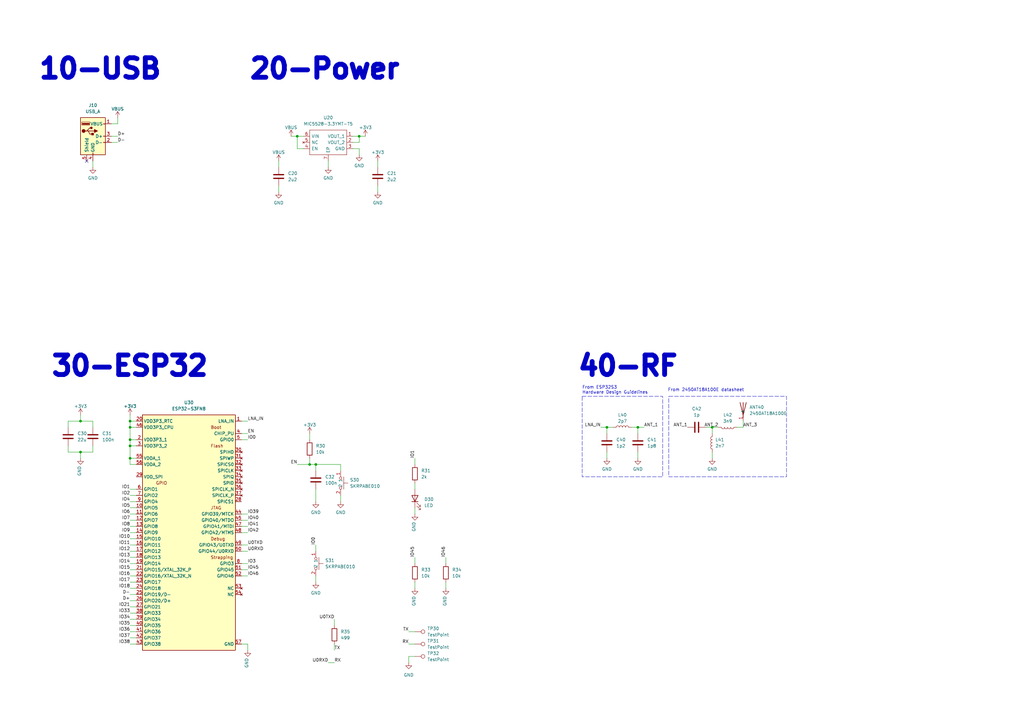
<source format=kicad_sch>
(kicad_sch (version 20231120) (generator "eeschema") (generator_version "8.0")
  (paper "A3")
  (title_block (title "PMK_Dongle") (date "2023-01-19") (rev "HW00") (company "Puma Corp"))
  (lib_symbols
    (symbol "Component lib:2450AT18A100E" (pin_names (offset 0.762))
      (property "Reference" "ANT" (at 6.35 10.16 0))
      (property "Value" "2450AT18A100E" (at 6.35 7.62 0))
      (symbol "2450AT18A100E_0_1"
        (polyline (pts (xy 0 7.62) (xy 0 1.27)) (stroke (width 0.254)))
        (polyline (pts (xy 1.27 7.62) (xy 0 2.54) (xy -1.27 7.62)) (stroke (width 0.254)))
      )
      (symbol "2450AT18A100E_1_1"
        (pin input line (at 0 0 90) (length 2.54) (name "A") (number "1"))
      )
    )
    (symbol "Component lib:C" (pin_numbers hide) (pin_names (offset 0.254))
      (property "Reference" "C" (at 0.635 -1.27 0))
      (property "Value" "C" (at 0.635 -6.35 0))
      (symbol "C_0_1"
        (polyline (pts (xy -2.032 -4.572) (xy 2.032 -4.572)) (stroke (width 0.508)))
        (polyline (pts (xy -2.032 -3.048) (xy 2.032 -3.048)) (stroke (width 0.508)))
      )
      (symbol "C_1_1"
        (pin passive line (at 0 0 270) (length 2.794) (name "~") (number "1"))
        (pin passive line (at 0 -7.62 90) (length 2.794) (name "~") (number "2"))
      )
    )
    (symbol "Component lib:L" (pin_numbers hide) (pin_names (offset 1.016) hide)
      (property "Reference" "L" (at 3.81 -1.27 0))
      (property "Value" "L" (at 3.81 1.905 0))
      (symbol "L_0_1"
        (arc (start 2.54 0) (mid 1.905 0.6323) (end 1.27 0))
        (arc (start 3.81 0) (mid 3.175 0.6323) (end 2.54 0))
        (arc (start 5.08 0) (mid 4.445 0.6323) (end 3.81 0))
        (arc (start 6.35 0) (mid 5.715 0.6323) (end 5.08 0))
      )
      (symbol "L_1_1"
        (pin passive line (at 0 0 0) (length 1.27) (name "1") (number "1"))
        (pin passive line (at 7.62 0 180) (length 1.27) (name "2") (number "2"))
      )
    )
    (symbol "Component lib:LED" (pin_numbers hide) (pin_names (offset 1.016) hide)
      (property "Reference" "D" (at 3.81 2.54 0))
      (property "Value" "LED" (at 3.81 -2.54 0))
      (symbol "LED_0_1"
        (polyline (pts (xy 2.54 -1.27) (xy 2.54 1.27)) (stroke (width 0.254)))
        (polyline (pts (xy 2.54 0) (xy 5.08 0)))
        (polyline (pts (xy 5.08 -1.27) (xy 5.08 1.27) (xy 2.54 0) (xy 5.08 -1.27)) (stroke (width 0.254)))
        (polyline (pts (xy 0.762 -0.762) (xy -0.762 -2.286) (xy 0 -2.286) (xy -0.762 -2.286) (xy -0.762 -1.524)))
        (polyline (pts (xy 2.032 -0.762) (xy 0.508 -2.286) (xy 1.27 -2.286) (xy 0.508 -2.286) (xy 0.508 -1.524)))
      )
      (symbol "LED_1_1"
        (pin passive line (at 0 0 0) (length 2.54) (name "K") (number "1"))
        (pin passive line (at 7.62 0 180) (length 2.54) (name "A") (number "2"))
      )
    )
    (symbol "Component lib:MIC5528-3.3YMT-T5" (pin_names (offset 0.762))
      (property "Reference" "U" (at 2.54 5.08 0))
      (property "Value" "MIC5528-3.3YMT-T5" (at 12.7 5.08 0))
      (symbol "MIC5528-3.3YMT-T5_0_0"
        (pin passive line (at 20.32 0 180) (length 2.54) (name "VOUT_1") (number "1"))
        (pin passive line (at 20.32 -2.54 180) (length 2.54) (name "VOUT_2") (number "2"))
        (pin passive line (at 20.32 -5.08 180) (length 2.54) (name "GND") (number "3"))
        (pin passive line (at 0 -5.08 0) (length 2.54) (name "EN") (number "4"))
        (pin no_connect line (at 0 -2.54 0) (length 2.54) (name "NC") (number "5"))
        (pin passive line (at 0 0 0) (length 2.54) (name "VIN") (number "6"))
        (pin passive line (at 10.16 -10.16 90) (length 2.54) (name "EP") (number "7"))
      )
      (symbol "MIC5528-3.3YMT-T5_0_1"
        (rectangle (start 2.54 2.54) (end 17.78 -7.62) (stroke (width 0.1524)))
      )
    )
    (symbol "Component lib:R" (pin_numbers hide) (pin_names (offset 0))
      (property "Reference" "R" (at 2.032 -3.81 90))
      (property "Value" "R" (at 0 -3.81 90))
      (symbol "R_0_1"
        (rectangle (start -1.016 -6.35) (end 1.016 -1.27) (stroke (width 0.254)))
      )
      (symbol "R_1_1"
        (pin passive line (at 0 0 270) (length 1.27) (name "~") (number "1"))
        (pin passive line (at 0 -7.62 90) (length 1.27) (name "~") (number "2"))
      )
    )
    (symbol "Component lib:SKRPABE010" (pin_names (offset 0.762))
      (property "Reference" "S" (at 5.715 3.81 0))
      (property "Value" "SKRPABE010" (at 24.13 5.08 0))
      (symbol "SKRPABE010_0_1"
        (polyline (pts (xy 5.08 1.27) (xy 5.08 3.048)))
        (polyline (pts (xy 7.62 1.27) (xy 2.54 1.27)))
        (circle (center 3.048 0) (radius 0.508))
        (circle (center 7.112 0) (radius 0.508))
        (pin passive line (at 0 0 0) (length 2.54) (name "1") (number "1"))
        (pin passive line (at 10.16 0 180) (length 2.54) (name "2") (number "2"))
      )
    )
    (symbol "Component_lib:C" (pin_numbers hide) (pin_names (offset 0.254))
      (property "Reference" "C" (at 0.635 -1.27 0))
      (property "Value" "C" (at 0.635 -6.35 0))
      (symbol "C_0_1"
        (polyline (pts (xy -2.032 -4.572) (xy 2.032 -4.572)) (stroke (width 0.508)))
        (polyline (pts (xy -2.032 -3.048) (xy 2.032 -3.048)) (stroke (width 0.508)))
      )
      (symbol "C_1_1"
        (pin passive line (at 0 0 270) (length 2.794) (name "~") (number "1"))
        (pin passive line (at 0 -7.62 90) (length 2.794) (name "~") (number "2"))
      )
    )
    (symbol "Component_lib:ESP32-S3-PICO-1-N8R2_sch"
      (property "Reference" "U" (at 2.54 7.62 0))
      (property "Value" "ESP32-S3FN8" (at 2.54 5.08 0))
      (symbol "ESP32-S3-PICO-1-N8R2_sch_1_1"
        (rectangle (start 2.54 2.54) (end 40.64 -93.98) (stroke (width 0.254)) (fill (type background)))
        (text "Boot" (at 30.48 -2.54 0) (effects (font (size 1.27 1.27)) (justify left)))
        (text "Debug" (at 30.48 -48.26 0) (effects (font (size 1.27 1.27)) (justify left)))
        (text "Flash" (at 30.48 -10.16 0) (effects (font (size 1.27 1.27)) (justify left)))
        (text "GPIO" (at 12.7 -25.4 0) (effects (font (size 1.27 1.27)) (justify right)))
        (text "JTAG" (at 30.48 -35.56 0) (effects (font (size 1.27 1.27)) (justify left)))
        (text "Strapping" (at 30.48 -55.88 0) (effects (font (size 1.27 1.27)) (justify left)))
        (pin passive line (at 43.18 0 180) (length 2.54) (name "LNA_IN") (number "1"))
        (pin passive line (at 0 -35.56 0) (length 2.54) (name "GPIO5") (number "10"))
        (pin passive line (at 0 -38.1 0) (length 2.54) (name "GPIO6") (number "11"))
        (pin passive line (at 0 -40.64 0) (length 2.54) (name "GPIO7") (number "12"))
        (pin passive line (at 0 -43.18 0) (length 2.54) (name "GPIO8") (number "13"))
        (pin passive line (at 0 -45.72 0) (length 2.54) (name "GPIO9") (number "14"))
        (pin passive line (at 0 -48.26 0) (length 2.54) (name "GPIO10") (number "15"))
        (pin passive line (at 0 -50.8 0) (length 2.54) (name "GPIO11") (number "16"))
        (pin passive line (at 0 -53.34 0) (length 2.54) (name "GPIO12") (number "17"))
        (pin passive line (at 0 -55.88 0) (length 2.54) (name "GPIO13") (number "18"))
        (pin passive line (at 0 -58.42 0) (length 2.54) (name "GPIO14") (number "19"))
        (pin passive line (at 0 -7.62 0) (length 2.54) (name "VDD3P3_1") (number "2"))
        (pin passive line (at 0 0 0) (length 2.54) (name "VDD3P3_RTC") (number "20"))
        (pin passive line (at 0 -60.96 0) (length 2.54) (name "GPIO15/XTAL_32K_P") (number "21"))
        (pin passive line (at 0 -63.5 0) (length 2.54) (name "GPIO16/XTAL_32K_N") (number "22"))
        (pin passive line (at 0 -66.04 0) (length 2.54) (name "GPIO17") (number "23"))
        (pin passive line (at 0 -68.58 0) (length 2.54) (name "GPIO18") (number "24"))
        (pin passive line (at 0 -71.12 0) (length 2.54) (name "GPIO19/D-") (number "25"))
        (pin passive line (at 0 -73.66 0) (length 2.54) (name "GPIO20/D+") (number "26"))
        (pin passive line (at 0 -76.2 0) (length 2.54) (name "GPIO21") (number "27"))
        (pin passive line (at 43.18 -33.02 180) (length 2.54) (name "SPICS1") (number "28"))
        (pin passive line (at 0 -22.86 0) (length 2.54) (name "VDD_SPI") (number "29"))
        (pin passive line (at 0 -10.16 0) (length 2.54) (name "VDD3P3_2") (number "3"))
        (pin no_connect line (at 43.18 -12.7 180) (length 2.54) (name "SPIHD") (number "30"))
        (pin no_connect line (at 43.18 -15.24 180) (length 2.54) (name "SPIWP") (number "31"))
        (pin no_connect line (at 43.18 -17.78 180) (length 2.54) (name "SPICS0") (number "32"))
        (pin no_connect line (at 43.18 -20.32 180) (length 2.54) (name "SPICLK") (number "33"))
        (pin no_connect line (at 43.18 -22.86 180) (length 2.54) (name "SPIQ") (number "34"))
        (pin no_connect line (at 43.18 -25.4 180) (length 2.54) (name "SPID") (number "35"))
        (pin no_connect line (at 43.18 -27.94 180) (length 2.54) (name "SPICLK_N") (number "36"))
        (pin no_connect line (at 43.18 -30.48 180) (length 2.54) (name "SPICLK_P") (number "37"))
        (pin passive line (at 0 -78.74 0) (length 2.54) (name "GPIO33") (number "38"))
        (pin passive line (at 0 -81.28 0) (length 2.54) (name "GPIO34") (number "39"))
        (pin passive line (at 43.18 -5.08 180) (length 2.54) (name "CHIP_PU") (number "4"))
        (pin passive line (at 0 -83.82 0) (length 2.54) (name "GPIO35") (number "40"))
        (pin passive line (at 0 -86.36 0) (length 2.54) (name "GPIO36") (number "41"))
        (pin passive line (at 0 -88.9 0) (length 2.54) (name "GPIO37") (number "42"))
        (pin passive line (at 0 -91.44 0) (length 2.54) (name "GPIO38") (number "43"))
        (pin passive line (at 43.18 -38.1 180) (length 2.54) (name "GPIO39/MTCK") (number "44"))
        (pin passive line (at 43.18 -40.64 180) (length 2.54) (name "GPIO40/MTDO") (number "45"))
        (pin passive line (at 0 -2.54 0) (length 2.54) (name "VDD3P3_CPU") (number "46"))
        (pin passive line (at 43.18 -43.18 180) (length 2.54) (name "GPIO41/MTDI") (number "47"))
        (pin passive line (at 43.18 -45.72 180) (length 2.54) (name "GPIO42/MTMS") (number "48"))
        (pin passive line (at 43.18 -50.8 180) (length 2.54) (name "GPIO43/U0TXD") (number "49"))
        (pin passive line (at 43.18 -7.62 180) (length 2.54) (name "GPIO0") (number "5"))
        (pin passive line (at 43.18 -53.34 180) (length 2.54) (name "GPIO44/U0RXD") (number "50"))
        (pin passive line (at 43.18 -60.96 180) (length 2.54) (name "GPIO45") (number "51"))
        (pin passive line (at 43.18 -63.5 180) (length 2.54) (name "GPIO46") (number "52"))
        (pin no_connect line (at 43.18 -68.58 180) (length 2.54) (name "NC") (number "53"))
        (pin no_connect line (at 43.18 -71.12 180) (length 2.54) (name "NC") (number "54"))
        (pin passive line (at 0 -15.24 0) (length 2.54) (name "VDDA_1") (number "55"))
        (pin passive line (at 0 -17.78 0) (length 2.54) (name "VDDA_2") (number "56"))
        (pin passive line (at 43.18 -91.44 180) (length 2.54) (name "GND") (number "57"))
        (pin passive line (at 0 -27.94 0) (length 2.54) (name "GPIO1") (number "6"))
        (pin passive line (at 0 -30.48 0) (length 2.54) (name "GPIO2") (number "7"))
        (pin passive line (at 43.18 -58.42 180) (length 2.54) (name "GPIO3") (number "8"))
        (pin passive line (at 0 -33.02 0) (length 2.54) (name "GPIO4") (number "9"))
      )
    )
    (symbol "Component_lib:R" (pin_numbers hide) (pin_names (offset 0))
      (property "Reference" "R" (at 2.032 -3.81 90))
      (property "Value" "R" (at 0 -3.81 90))
      (symbol "R_0_1"
        (rectangle (start -1.016 -6.35) (end 1.016 -1.27) (stroke (width 0.254)))
      )
      (symbol "R_1_1"
        (pin passive line (at 0 0 270) (length 1.27) (name "~") (number "1"))
        (pin passive line (at 0 -7.62 90) (length 1.27) (name "~") (number "2"))
      )
    )
    (symbol "Connector:TestPoint" (pin_numbers hide) (pin_names (offset 0.762) hide)
      (property "Reference" "TP" (at 0 6.858 0))
      (property "Value" "TestPoint" (at 0 5.08 0))
      (symbol "TestPoint_0_1"
        (circle (center 0 3.302) (radius 0.762))
      )
      (symbol "TestPoint_1_1"
        (pin passive line (at 0 0 90) (length 2.54) (name "1") (number "1"))
      )
    )
    (symbol "Connector:USB_A" (pin_names (offset 1.016))
      (property "Reference" "J" (at -5.08 11.43 0))
      (property "Value" "USB_A" (at -5.08 8.89 0))
      (symbol "USB_A_0_1"
        (rectangle (start -5.08 -7.62) (end 5.08 7.62) (stroke (width 0.254)) (fill (type background)))
        (circle (center -3.81 2.159) (radius 0.635) (stroke (width 0.254)) (fill (type outline)))
        (rectangle (start -1.524 4.826) (end -4.318 5.334) (fill (type outline)))
        (rectangle (start -1.27 4.572) (end -4.572 5.842))
        (circle (center -0.635 3.429) (radius 0.381) (stroke (width 0.254)) (fill (type outline)))
        (rectangle (start -0.127 -7.62) (end 0.127 -6.858))
        (polyline (pts (xy -3.175 2.159) (xy -2.54 2.159) (xy -1.27 3.429) (xy -0.635 3.429)) (stroke (width 0.254)))
        (polyline (pts (xy -2.54 2.159) (xy -1.905 2.159) (xy -1.27 0.889) (xy 0 0.889)) (stroke (width 0.254)))
        (polyline (pts (xy 0.635 2.794) (xy 0.635 1.524) (xy 1.905 2.159) (xy 0.635 2.794)) (stroke (width 0.254)) (fill (type outline)))
        (rectangle (start 0.254 1.27) (end -0.508 0.508) (stroke (width 0.254)) (fill (type outline)))
        (rectangle (start 5.08 -2.667) (end 4.318 -2.413))
        (rectangle (start 5.08 -0.127) (end 4.318 0.127))
        (rectangle (start 5.08 4.953) (end 4.318 5.207))
      )
      (symbol "USB_A_1_1"
        (polyline (pts (xy -1.905 2.159) (xy 0.635 2.159)) (stroke (width 0.254)))
        (pin power_in line (at 7.62 5.08 180) (length 2.54) (name "VBUS") (number "1"))
        (pin bidirectional line (at 7.62 -2.54 180) (length 2.54) (name "D-") (number "2"))
        (pin bidirectional line (at 7.62 0 180) (length 2.54) (name "D+") (number "3"))
        (pin power_in line (at 0 -10.16 90) (length 2.54) (name "GND") (number "4"))
        (pin passive line (at -2.54 -10.16 90) (length 2.54) (name "Shield") (number "5"))
      )
    )
    (symbol "power:+3V3" (power) (pin_names (offset 0))
      (property "Value" "+3V3" (at 0 3.556 0))
      (symbol "+3V3_0_1"
        (polyline (pts (xy -0.762 1.27) (xy 0 2.54)))
        (polyline (pts (xy 0 0) (xy 0 2.54)))
        (polyline (pts (xy 0 2.54) (xy 0.762 1.27)))
      )
      (symbol "+3V3_1_1"
        (pin power_in line (at 0 0 90) (length 0) hide (name "+3V3") (number "1"))
      )
    )
    (symbol "power:GND" (power) (pin_names (offset 0))
      (property "Value" "GND" (at 0 -3.81 0))
      (symbol "GND_0_1"
        (polyline (pts (xy 0 0) (xy 0 -1.27) (xy 1.27 -1.27) (xy 0 -2.54) (xy -1.27 -1.27) (xy 0 -1.27)))
      )
      (symbol "GND_1_1"
        (pin power_in line (at 0 0 270) (length 0) hide (name "GND") (number "1"))
      )
    )
    (symbol "power:VBUS" (power) (pin_names (offset 0))
      (property "Value" "VBUS" (at 0 3.81 0))
      (symbol "VBUS_0_1"
        (polyline (pts (xy -0.762 1.27) (xy 0 2.54)))
        (polyline (pts (xy 0 0) (xy 0 2.54)))
        (polyline (pts (xy 0 2.54) (xy 0.762 1.27)))
      )
      (symbol "VBUS_1_1"
        (pin power_in line (at 0 0 90) (length 0) hide (name "VBUS") (number "1"))
      )
    )
  )
  (junction (at 53.34 172.72))
  (junction (at 127 190.5))
  (junction (at 248.92 175.26))
  (junction (at 121.92 55.88))
  (junction (at 53.34 182.88))
  (junction (at 53.34 175.26))
  (junction (at 33.02 185.42))
  (junction (at 53.34 187.96))
  (junction (at 53.34 180.34))
  (junction (at 147.32 55.88))
  (junction (at 129.54 190.5))
  (junction (at 33.02 172.72))
  (junction (at 261.62 175.26))
  (junction (at 292.1 175.26))
  (no_connect (at 35.56 66.04))
  (wire (pts (xy 55.88 175.26) (xy 53.34 175.26)))
  (wire (pts (xy 147.32 55.88) (xy 147.32 58.42)))
  (wire (pts (xy 53.34 210.82) (xy 55.88 210.82)))
  (wire (pts (xy 27.94 185.42) (xy 33.02 185.42)))
  (wire (pts (xy 248.92 175.26) (xy 246.38 175.26)))
  (wire (pts (xy 139.7 190.5) (xy 139.7 193.04)))
  (wire (pts (xy 55.88 190.5) (xy 53.34 190.5)))
  (wire (pts (xy 261.62 185.42) (xy 261.62 187.96)))
  (wire (pts (xy 53.34 236.22) (xy 55.88 236.22)))
  (wire (pts (xy 129.54 190.5) (xy 129.54 193.04)))
  (wire (pts (xy 38.1 185.42) (xy 38.1 182.88)))
  (wire (pts (xy 154.94 66.04) (xy 154.94 68.58)))
  (wire (pts (xy 53.34 248.92) (xy 55.88 248.92)))
  (wire (pts (xy 170.18 198.12) (xy 170.18 200.66)))
  (wire (pts (xy 121.92 190.5) (xy 127 190.5)))
  (wire (pts (xy 114.3 66.04) (xy 114.3 68.58)))
  (wire (pts (xy 170.18 228.6) (xy 170.18 231.14)))
  (wire (pts (xy 33.02 172.72) (xy 38.1 172.72)))
  (wire (pts (xy 27.94 175.26) (xy 27.94 172.72)))
  (wire (pts (xy 53.34 243.84) (xy 55.88 243.84)))
  (wire (pts (xy 53.34 261.62) (xy 55.88 261.62)))
  (wire (pts (xy 27.94 172.72) (xy 33.02 172.72)))
  (wire (pts (xy 53.34 175.26) (xy 53.34 172.72)))
  (wire (pts (xy 264.16 175.26) (xy 261.62 175.26)))
  (wire (pts (xy 119.38 55.88) (xy 121.92 55.88)))
  (wire (pts (xy 167.64 264.16) (xy 170.18 264.16)))
  (wire (pts (xy 55.88 180.34) (xy 53.34 180.34)))
  (wire (pts (xy 48.26 48.26) (xy 48.26 50.8)))
  (wire (pts (xy 55.88 172.72) (xy 53.34 172.72)))
  (wire (pts (xy 99.06 180.34) (xy 101.6 180.34)))
  (wire (pts (xy 53.34 213.36) (xy 55.88 213.36)))
  (wire (pts (xy 261.62 177.8) (xy 261.62 175.26)))
  (wire (pts (xy 53.34 190.5) (xy 53.34 187.96)))
  (wire (pts (xy 53.34 254) (xy 55.88 254)))
  (wire (pts (xy 134.62 66.04) (xy 134.62 68.58)))
  (wire (pts (xy 53.34 218.44) (xy 55.88 218.44)))
  (wire (pts (xy 137.16 264.16) (xy 137.16 266.7)))
  (wire (pts (xy 129.54 223.52) (xy 129.54 226.06)))
  (wire (pts (xy 53.34 203.2) (xy 55.88 203.2)))
  (wire (pts (xy 134.62 271.78) (xy 137.16 271.78)))
  (wire (pts (xy 53.34 208.28) (xy 55.88 208.28)))
  (wire (pts (xy 53.34 223.52) (xy 55.88 223.52)))
  (wire (pts (xy 99.06 264.16) (xy 101.6 264.16)))
  (wire (pts (xy 248.92 185.42) (xy 248.92 187.96)))
  (wire (pts (xy 167.64 269.24) (xy 170.18 269.24)))
  (wire (pts (xy 99.06 215.9) (xy 101.6 215.9)))
  (wire (pts (xy 292.1 175.26) (xy 294.64 175.26)))
  (wire (pts (xy 99.06 231.14) (xy 101.6 231.14)))
  (wire (pts (xy 53.34 215.9) (xy 55.88 215.9)))
  (wire (pts (xy 53.34 246.38) (xy 55.88 246.38)))
  (wire (pts (xy 304.8 172.72) (xy 304.8 175.26)))
  (wire (pts (xy 53.34 231.14) (xy 55.88 231.14)))
  (wire (pts (xy 99.06 213.36) (xy 101.6 213.36)))
  (wire (pts (xy 53.34 180.34) (xy 53.34 175.26)))
  (wire (pts (xy 127 177.8) (xy 127 180.34)))
  (wire (pts (xy 55.88 187.96) (xy 53.34 187.96)))
  (wire (pts (xy 53.34 226.06) (xy 55.88 226.06)))
  (wire (pts (xy 170.18 187.96) (xy 170.18 190.5)))
  (wire (pts (xy 292.1 175.26) (xy 292.1 177.8)))
  (wire (pts (xy 99.06 236.22) (xy 101.6 236.22)))
  (wire (pts (xy 33.02 185.42) (xy 38.1 185.42)))
  (wire (pts (xy 121.92 55.88) (xy 124.46 55.88)))
  (wire (pts (xy 261.62 175.26) (xy 259.08 175.26)))
  (wire (pts (xy 48.26 50.8) (xy 45.72 50.8)))
  (wire (pts (xy 99.06 223.52) (xy 101.6 223.52)))
  (wire (pts (xy 144.78 55.88) (xy 147.32 55.88)))
  (wire (pts (xy 129.54 190.5) (xy 139.7 190.5)))
  (wire (pts (xy 53.34 172.72) (xy 53.34 170.18)))
  (wire (pts (xy 53.34 238.76) (xy 55.88 238.76)))
  (wire (pts (xy 304.8 175.26) (xy 302.26 175.26)))
  (wire (pts (xy 99.06 226.06) (xy 101.6 226.06)))
  (wire (pts (xy 53.34 251.46) (xy 55.88 251.46)))
  (wire (pts (xy 33.02 185.42) (xy 33.02 187.96)))
  (wire (pts (xy 127 187.96) (xy 127 190.5)))
  (wire (pts (xy 154.94 76.2) (xy 154.94 78.74)))
  (wire (pts (xy 129.54 236.22) (xy 129.54 238.76)))
  (wire (pts (xy 129.54 190.5) (xy 127 190.5)))
  (wire (pts (xy 38.1 172.72) (xy 38.1 175.26)))
  (wire (pts (xy 170.18 238.76) (xy 170.18 241.3)))
  (wire (pts (xy 167.64 259.08) (xy 170.18 259.08)))
  (wire (pts (xy 170.18 208.28) (xy 170.18 210.82)))
  (wire (pts (xy 137.16 254) (xy 137.16 256.54)))
  (wire (pts (xy 121.92 60.96) (xy 121.92 55.88)))
  (wire (pts (xy 53.34 241.3) (xy 55.88 241.3)))
  (wire (pts (xy 124.46 60.96) (xy 121.92 60.96)))
  (wire (pts (xy 45.72 58.42) (xy 48.26 58.42)))
  (wire (pts (xy 251.46 175.26) (xy 248.92 175.26)))
  (wire (pts (xy 144.78 60.96) (xy 147.32 60.96)))
  (wire (pts (xy 53.34 259.08) (xy 55.88 259.08)))
  (wire (pts (xy 289.56 175.26) (xy 292.1 175.26)))
  (wire (pts (xy 99.06 210.82) (xy 101.6 210.82)))
  (wire (pts (xy 53.34 200.66) (xy 55.88 200.66)))
  (wire (pts (xy 53.34 233.68) (xy 55.88 233.68)))
  (wire (pts (xy 53.34 220.98) (xy 55.88 220.98)))
  (wire (pts (xy 53.34 264.16) (xy 55.88 264.16)))
  (wire (pts (xy 38.1 66.04) (xy 38.1 68.58)))
  (wire (pts (xy 99.06 218.44) (xy 101.6 218.44)))
  (wire (pts (xy 53.34 256.54) (xy 55.88 256.54)))
  (wire (pts (xy 99.06 177.8) (xy 101.6 177.8)))
  (wire (pts (xy 147.32 58.42) (xy 144.78 58.42)))
  (wire (pts (xy 55.88 182.88) (xy 53.34 182.88)))
  (wire (pts (xy 45.72 55.88) (xy 48.26 55.88)))
  (wire (pts (xy 27.94 182.88) (xy 27.94 185.42)))
  (wire (pts (xy 167.64 271.78) (xy 167.64 269.24)))
  (wire (pts (xy 182.88 228.6) (xy 182.88 231.14)))
  (wire (pts (xy 53.34 205.74) (xy 55.88 205.74)))
  (wire (pts (xy 248.92 175.26) (xy 248.92 177.8)))
  (wire (pts (xy 53.34 182.88) (xy 53.34 180.34)))
  (wire (pts (xy 114.3 76.2) (xy 114.3 78.74)))
  (wire (pts (xy 129.54 200.66) (xy 129.54 205.74)))
  (wire (pts (xy 53.34 187.96) (xy 53.34 182.88)))
  (wire (pts (xy 99.06 233.68) (xy 101.6 233.68)))
  (wire (pts (xy 292.1 185.42) (xy 292.1 187.96)))
  (wire (pts (xy 99.06 172.72) (xy 101.6 172.72)))
  (wire (pts (xy 33.02 170.18) (xy 33.02 172.72)))
  (wire (pts (xy 147.32 60.96) (xy 147.32 63.5)))
  (wire (pts (xy 147.32 55.88) (xy 149.86 55.88)))
  (wire (pts (xy 139.7 203.2) (xy 139.7 205.74)))
  (wire (pts (xy 101.6 264.16) (xy 101.6 266.7)))
  (wire (pts (xy 182.88 238.76) (xy 182.88 241.3)))
  (wire (pts (xy 53.34 228.6) (xy 55.88 228.6)))
  (rectangle (start 238.76 162.56) (end 271.78 195.58) (stroke (width 0) (type dash)))
  (rectangle (start 274.32 162.56) (end 322.58 195.58) (stroke (width 0) (type dash)))
  (text "From 2450AT18A100E datasheet\n" (at 289.56 160.02 0) (effects (font (size 1.27 1.27))))
  (text "40-RF" (at 236.22 154.94 0) (effects (font (size 8 8) (thickness 3) (bold yes)) (justify left bottom)))
  (text "10-USB" (at 15.24 33.02 0) (effects (font (size 8 8) (thickness 3) (bold yes)) (justify left bottom)))
  (text "30-ESP32" (at 20.32 154.94 0) (effects (font (size 8 8) (thickness 3) (bold yes)) (justify left bottom)))
  (text "From ESP32S3 \nHardware Design Guidelines" (at 238.76 160.02 0) (effects (font (size 1.27 1.27)) (justify left)))
  (text "20-Power\n" (at 101.6 33.02 0) (effects (font (size 8 8) (thickness 3) (bold yes)) (justify left bottom)))
  (label "U0TXD" (at 101.6 223.52 0))
  (label "LNA_IN" (at 101.6 172.72 0))
  (label "IO14" (at 53.34 231.14 180))
  (label "IO39" (at 101.6 210.82 0))
  (label "IO45" (at 101.6 233.68 0))
  (label "D+" (at 48.26 55.88 0))
  (label "IO9" (at 53.34 218.44 180))
  (label "IO34" (at 53.34 254 180))
  (label "IO35" (at 53.34 256.54 180))
  (label "IO42" (at 101.6 218.44 0))
  (label "IO16" (at 53.34 236.22 180))
  (label "IO36" (at 53.34 259.08 180))
  (label "D-" (at 48.26 58.42 0))
  (label "IO45" (at 170.18 228.6 90))
  (label "RX" (at 137.16 271.78 0))
  (label "IO46" (at 182.88 228.6 90))
  (label "ANT_2" (at 294.64 175.26 180))
  (label "IO33" (at 53.34 251.46 180))
  (label "IO0" (at 129.54 223.52 90))
  (label "IO41" (at 101.6 215.9 0))
  (label "IO5" (at 53.34 208.28 180))
  (label "IO8" (at 53.34 215.9 180))
  (label "IO4" (at 53.34 205.74 180))
  (label "U0RXD" (at 134.62 271.78 180))
  (label "IO37" (at 53.34 261.62 180))
  (label "IO0" (at 101.6 180.34 0))
  (label "IO12" (at 53.34 226.06 180))
  (label "D+" (at 53.34 246.38 180))
  (label "IO40" (at 101.6 213.36 0))
  (label "U0TXD" (at 137.16 254 180))
  (label "IO6" (at 53.34 210.82 180))
  (label "IO3" (at 101.6 231.14 0))
  (label "IO46" (at 101.6 236.22 0))
  (label "IO10" (at 53.34 220.98 180))
  (label "IO2" (at 53.34 203.2 180))
  (label "TX" (at 167.64 259.08 180))
  (label "IO17" (at 53.34 238.76 180))
  (label "IO11" (at 53.34 223.52 180))
  (label "ANT_3" (at 304.8 175.26 0))
  (label "D-" (at 53.34 243.84 180))
  (label "TX" (at 137.16 266.7 0))
  (label "U0RXD" (at 101.6 226.06 0))
  (label "LNA_IN" (at 246.38 175.26 180))
  (label "IO38" (at 53.34 264.16 180))
  (label "EN" (at 121.92 190.5 180))
  (label "IO1" (at 53.34 200.66 180))
  (label "IO13" (at 53.34 228.6 180))
  (label "IO7" (at 53.34 213.36 180))
  (label "EN" (at 101.6 177.8 0))
  (label "IO1" (at 170.18 187.96 90))
  (label "ANT_1" (at 264.16 175.26 0))
  (label "IO21" (at 53.34 248.92 180))
  (label "IO18" (at 53.34 241.3 180))
  (label "RX" (at 167.64 264.16 180))
  (label "IO15" (at 53.34 233.68 180))
  (label "ANT_1" (at 281.94 175.26 180))
  (symbol (lib_id "power:GND") (at 139.7 205.74 0) (unit 1)
    (property "Reference" "#PWR017" (effects (hide yes)))
    (property "Value" "GND" (at 139.7 210.1834 0))
  )
  (symbol (lib_id "power:VBUS") (at 48.26 48.26 0) (unit 1)
    (property "Reference" "#PWR02" (effects (hide yes)))
    (property "Value" "VBUS" (at 48.26 44.6842 0))
  )
  (symbol (lib_id "power:+3V3") (at 149.86 55.88 0) (unit 1)
    (property "Reference" "#PWR010" (effects (hide yes)))
    (property "Value" "+3V3" (at 149.86 52.3042 0))
  )
  (symbol (lib_id "Connector:TestPoint") (at 170.18 259.08 270) (unit 1)
    (property "Reference" "TP30" (at 175.26 257.8099 90) (effects (justify left)))
    (property "Value" "TestPoint" (at 175.26 260.3499 90) (effects (justify left)))
    (property "Footprint" "Component_lib:TestPoint_0.8mm" (effects (hide yes)))
    (property "Description" "test point" (effects (hide yes)))
  )
  (symbol (lib_id "Component lib:SKRPABE010") (at 129.54 226.06 270) (unit 1)
    (property "Reference" "S31" (at 133.35 229.8699 90) (effects (justify left)))
    (property "Value" "SKRPABE010" (at 133.35 232.4099 90) (effects (justify left)))
    (property "Footprint" "Component_lib:B3U-1000P" (effects (hide yes)))
    (property "Datasheet" "https://datasheet.lcsc.com/szlcsc/ALPS-Electric-SKRPABE010_C115360.pdf" (effects (hide yes)))
    (property "Description" "Switch Tactile N.O. SPST Button J-Bend 0.05A 16VDC 1.57N SMD Automotive T/R" (effects (hide yes)))
    (property "Height" "2.5" (effects (hide yes)))
    (property "Mouser Part Number" "688-SKRPAB" (effects (hide yes)))
    (property "Mouser Price/Stock" "https://www.mouser.co.uk/ProductDetail/Alps-Alpine/SKRPABE010?qs=m0BA540hBPe1GpcSf%2FZ5Yw%3D%3D" (effects (hide yes)))
    (property "Manufacturer_Name" "ALPS Electric" (effects (hide yes)))
    (property "Manufacturer_Part_Number" "SKRPABE010" (effects (hide yes)))
  )
  (symbol (lib_id "power:VBUS") (at 119.38 55.88 0) (unit 1)
    (property "Reference" "#PWR07" (effects (hide yes)))
    (property "Value" "VBUS" (at 119.38 52.3042 0))
  )
  (symbol (lib_id "Component_lib:ESP32-S3-PICO-1-N8R2_sch") (at 55.88 172.72 0) (unit 1)
    (property "Reference" "U30" (at 77.47 165.1 0))
    (property "Value" "ESP32-S3FN8" (at 77.47 167.64 0))
    (property "Footprint" "Component_lib:ESP32-S3-PICO-1-N8R2" (effects (hide yes)))
    (property "Datasheet" "https://www.espressif.com/sites/default/files/documentation/esp32-s3_datasheet_en.pdf" (effects (hide yes)))
    (property "Description" "Espressif Systems [ENGINEERING SAMPLES]SMD IC , Dual-Core MCU, Wi-Fi 2.4G & BLE 5.0 combo, 8 MB Octal SPI PSRAM" (effects (hide yes)))
    (property "Height" "0.9" (effects (hide yes)))
    (property "Mouser Part Number" "356-ESP32-S3FN8" (effects (hide yes)))
    (property "Mouser Price/Stock" "https://www.mouser.co.uk/ProductDetail/Espressif-Systems/ESP32-S3FN8?qs=Rp5uXu7WBW%2F4Oihh5tkiVQ%3D%3D" (effects (hide yes)))
    (property "Manufacturer_Name" "Espressif Systems" (effects (hide yes)))
    (property "Manufacturer_Part_Number" "ESP32-S3FN8" (effects (hide yes)))
  )
  (symbol (lib_id "Component_lib:C") (at 38.1 175.26 0) (unit 1)
    (property "Reference" "C31" (at 41.91 177.7999 0) (effects (justify left)))
    (property "Value" "100n" (at 41.91 180.3399 0) (effects (justify left)))
    (property "Footprint" "Capacitor_SMD:C_0201_0603Metric" (effects (hide yes)))
    (property "Description" "Unpolarized capacitor" (effects (hide yes)))
  )
  (symbol (lib_id "Component lib:C") (at 248.92 177.8 0) (mirror y) (unit 1)
    (property "Reference" "C40" (at 252.73 180.3399 0) (effects (justify right)))
    (property "Value" "1p2" (at 252.73 182.8799 0) (effects (justify right)))
    (property "Footprint" "Capacitor_SMD:C_0201_0603Metric" (effects (hide yes)))
  )
  (symbol (lib_id "Component lib:C") (at 261.62 177.8 0) (mirror y) (unit 1)
    (property "Reference" "C41" (at 265.43 180.3399 0) (effects (justify right)))
    (property "Value" "1p8" (at 265.43 182.8799 0) (effects (justify right)))
    (property "Footprint" "Capacitor_SMD:C_0201_0603Metric" (effects (hide yes)))
  )
  (symbol (lib_id "Component lib:L") (at 259.08 175.26 0) (mirror y) (unit 1)
    (property "Reference" "L40" (at 255.27 170.18 0))
    (property "Value" "2p7" (at 255.27 172.72 0))
    (property "Footprint" "Inductor_SMD:L_0201_0603Metric" (effects (hide yes)))
  )
  (symbol (lib_id "Component lib:R") (at 127 180.34 0) (unit 1)
    (property "Reference" "R30" (at 129.54 182.8799 0) (effects (justify left)))
    (property "Value" "10k" (at 129.54 185.4199 0) (effects (justify left)))
    (property "Footprint" "Resistor_SMD:R_0201_0603Metric" (effects (hide yes)))
  )
  (symbol (lib_id "power:GND") (at 248.92 187.96 0) (mirror y) (unit 1)
    (property "Reference" "#PWR013" (effects (hide yes)))
    (property "Value" "GND" (at 248.92 192.4034 0))
  )
  (symbol (lib_id "Component lib:SKRPABE010") (at 139.7 193.04 270) (unit 1)
    (property "Reference" "S30" (at 143.51 196.8499 90) (effects (justify left)))
    (property "Value" "SKRPABE010" (at 143.51 199.3899 90) (effects (justify left)))
    (property "Footprint" "Component_lib:B3U-1000P" (effects (hide yes)))
    (property "Datasheet" "https://datasheet.lcsc.com/szlcsc/ALPS-Electric-SKRPABE010_C115360.pdf" (effects (hide yes)))
    (property "Description" "Switch Tactile N.O. SPST Button J-Bend 0.05A 16VDC 1.57N SMD Automotive T/R" (effects (hide yes)))
    (property "Height" "2.5" (effects (hide yes)))
    (property "Mouser Part Number" "688-SKRPAB" (effects (hide yes)))
    (property "Mouser Price/Stock" "https://www.mouser.co.uk/ProductDetail/Alps-Alpine/SKRPABE010?qs=m0BA540hBPe1GpcSf%2FZ5Yw%3D%3D" (effects (hide yes)))
    (property "Manufacturer_Name" "ALPS Electric" (effects (hide yes)))
    (property "Manufacturer_Part_Number" "SKRPABE010" (effects (hide yes)))
  )
  (symbol (lib_id "Component_lib:R") (at 137.16 256.54 0) (unit 1)
    (property "Reference" "R35" (at 139.7 259.0799 0) (effects (justify left)))
    (property "Value" "499" (at 139.7 261.6199 0) (effects (justify left)))
    (property "Footprint" "Resistor_SMD:R_0402_1005Metric" (effects (hide yes)))
    (property "Description" "Resistor" (effects (hide yes)))
  )
  (symbol (lib_id "power:GND") (at 147.32 63.5 0) (unit 1)
    (property "Reference" "#PWR09" (effects (hide yes)))
    (property "Value" "GND" (at 147.32 67.9434 0))
  )
  (symbol (lib_id "power:GND") (at 292.1 187.96 0) (mirror y) (unit 1)
    (property "Reference" "#PWR018" (effects (hide yes)))
    (property "Value" "GND" (at 292.1 192.4034 0))
  )
  (symbol (lib_id "Connector:TestPoint") (at 170.18 264.16 270) (unit 1)
    (property "Reference" "TP31" (at 175.26 262.8899 90) (effects (justify left)))
    (property "Value" "TestPoint" (at 175.26 265.4299 90) (effects (justify left)))
    (property "Footprint" "Component_lib:TestPoint_0.8mm" (effects (hide yes)))
    (property "Description" "test point" (effects (hide yes)))
  )
  (symbol (lib_id "power:GND") (at 129.54 205.74 0) (unit 1)
    (property "Reference" "#PWR015" (effects (hide yes)))
    (property "Value" "GND" (at 129.54 210.1834 0))
  )
  (symbol (lib_id "Component_lib:C") (at 27.94 175.26 0) (unit 1)
    (property "Reference" "C30" (at 31.75 177.7999 0) (effects (justify left)))
    (property "Value" "22u" (at 31.75 180.3399 0) (effects (justify left)))
    (property "Footprint" "Capacitor_SMD:C_0603_1608Metric" (effects (hide yes)))
    (property "Description" "Unpolarized capacitor" (effects (hide yes)))
  )
  (symbol (lib_id "power:+3V3") (at 127 177.8 0) (unit 1)
    (property "Reference" "#PWR014" (effects (hide yes)))
    (property "Value" "+3V3" (at 127 174.2242 0))
  )
  (symbol (lib_id "Component lib:R") (at 182.88 231.14 0) (unit 1)
    (property "Reference" "R34" (at 185.42 233.6799 0) (effects (justify left)))
    (property "Value" "10k" (at 185.42 236.2199 0) (effects (justify left)))
    (property "Footprint" "Resistor_SMD:R_0201_0603Metric" (effects (hide yes)))
  )
  (symbol (lib_id "Component lib:MIC5528-3.3YMT-T5") (at 124.46 55.88 0) (unit 1)
    (property "Reference" "U20" (at 134.62 48.26 0))
    (property "Value" "MIC5528-3.3YMT-T5" (at 134.62 50.8 0))
    (property "Footprint" "Component_lib:SON40P120X120X60-7N-D" (effects (hide yes)))
    (property "Datasheet" "https://www.mouser.ch/datasheet/2/268/MIC5528_High_Performance_500mA_LDO_in_Thin_and_Ext-1891284.pdf" (effects (hide yes)))
    (property "Description" "LDO Voltage Regulators Single, 500mA LDO w/ Auto Discharge & Internal Enable Pulldown" (effects (hide yes)))
    (property "Height" "0.6" (effects (hide yes)))
    (property "Mouser Part Number" "998-MIC5528-3.3YMTT5" (effects (hide yes)))
    (property "Mouser Price/Stock" "https://www.mouser.co.uk/ProductDetail/Microchip-Technology/MIC5528-33YMT-T5?qs=U6T8BxXiZAUrsVLummtswg%3D%3D" (effects (hide yes)))
    (property "Manufacturer_Name" "Microchip" (effects (hide yes)))
    (property "Manufacturer_Part_Number" "MIC5528-3.3YMT-T5" (effects (hide yes)))
  )
  (symbol (lib_id "power:GND") (at 182.88 241.3 0) (unit 1)
    (property "Reference" "#PWR023" (effects (hide yes)))
    (property "Value" "GND" (at 182.4462 244.475 90) (effects (justify right)))
  )
  (symbol (lib_id "Component lib:LED") (at 170.18 208.28 90) (unit 1)
    (property "Reference" "D30" (at 173.99 204.7874 90) (effects (justify right)))
    (property "Value" "LED" (at 173.99 207.3274 90) (effects (justify right)))
    (property "Footprint" "LED_SMD:LED_0402_1005Metric" (effects (hide yes)))
  )
  (symbol (lib_id "power:GND") (at 134.62 68.58 0) (unit 1)
    (property "Reference" "#PWR08" (effects (hide yes)))
    (property "Value" "GND" (at 134.62 73.0234 0))
  )
  (symbol (lib_id "power:VBUS") (at 114.3 66.04 0) (unit 1)
    (property "Reference" "#PWR05" (effects (hide yes)))
    (property "Value" "VBUS" (at 114.3 62.4642 0))
  )
  (symbol (lib_id "power:GND") (at 38.1 68.58 0) (unit 1)
    (property "Reference" "#PWR01" (effects (hide yes)))
    (property "Value" "GND" (at 38.1 73.0234 0))
  )
  (symbol (lib_id "Component lib:2450AT18A100E") (at 304.8 172.72 0) (unit 1)
    (property "Reference" "ANT40" (at 307.34 167.0049 0) (effects (justify left)))
    (property "Value" "2450AT18A100E" (at 307.34 169.5449 0) (effects (justify left)))
    (property "Footprint" "Component_lib:ANTC3216X140N" (effects (hide yes)))
    (property "Datasheet" "https://www.johansontechnology.com/datasheets/2450AT18A100/2450AT18A100.pdf" (effects (hide yes)))
    (property "Description" "Antennas 2.45GHz ANTENNA" (effects (hide yes)))
    (property "Height" "1.4" (effects (hide yes)))
    (property "Mouser Part Number" "609-2450AT18A100E" (effects (hide yes)))
    (property "Mouser Price/Stock" "https://www.mouser.co.uk/ProductDetail/Johanson-Technology/2450AT18A100E?qs=yCnrNFeXz%252BjzOYKPg7LGCw%3D%3D" (effects (hide yes)))
    (property "Manufacturer_Name" "JOHANSON TECHNOLOGY" (effects (hide yes)))
    (property "Manufacturer_Part_Number" "2450AT18A100E" (effects (hide yes)))
  )
  (symbol (lib_id "power:GND") (at 170.18 210.82 0) (unit 1)
    (property "Reference" "#PWR019" (effects (hide yes)))
    (property "Value" "GND" (at 169.7462 213.995 90) (effects (justify right)))
  )
  (symbol (lib_id "Connector:TestPoint") (at 170.18 269.24 270) (unit 1)
    (property "Reference" "TP32" (at 175.26 267.9699 90) (effects (justify left)))
    (property "Value" "TestPoint" (at 175.26 270.5099 90) (effects (justify left)))
    (property "Footprint" "Component_lib:TestPoint_0.8mm" (effects (hide yes)))
    (property "Description" "test point" (effects (hide yes)))
  )
  (symbol (lib_id "power:GND") (at 114.3 78.74 0) (unit 1)
    (property "Reference" "#PWR06" (effects (hide yes)))
    (property "Value" "GND" (at 114.3 83.1834 0))
  )
  (symbol (lib_id "power:GND") (at 170.18 241.3 0) (unit 1)
    (property "Reference" "#PWR022" (effects (hide yes)))
    (property "Value" "GND" (at 169.7462 244.475 90) (effects (justify right)))
  )
  (symbol (lib_id "Component lib:R") (at 170.18 190.5 0) (unit 1)
    (property "Reference" "R31" (at 172.72 193.0399 0) (effects (justify left)))
    (property "Value" "2k" (at 172.72 195.5799 0) (effects (justify left)))
    (property "Footprint" "Resistor_SMD:R_0402_1005Metric" (effects (hide yes)))
  )
  (symbol (lib_id "Component lib:C") (at 129.54 193.04 0) (unit 1)
    (property "Reference" "C32" (at 133.35 195.5799 0) (effects (justify left)))
    (property "Value" "100n" (at 133.35 198.1199 0) (effects (justify left)))
    (property "Footprint" "Capacitor_SMD:C_0402_1005Metric" (effects (hide yes)))
  )
  (symbol (lib_id "power:GND") (at 167.64 271.78 0) (unit 1)
    (property "Reference" "#PWR026" (effects (hide yes)))
    (property "Value" "GND" (at 167.64 276.86 0))
  )
  (symbol (lib_id "power:+3V3") (at 53.34 170.18 0) (unit 1)
    (property "Reference" "#PWR03" (effects (hide yes)))
    (property "Value" "+3V3" (at 53.34 166.6042 0))
  )
  (symbol (lib_id "power:GND") (at 261.62 187.96 0) (mirror y) (unit 1)
    (property "Reference" "#PWR016" (effects (hide yes)))
    (property "Value" "GND" (at 261.62 192.4034 0))
  )
  (symbol (lib_id "power:+3V3") (at 33.02 170.18 0) (unit 1)
    (property "Reference" "#PWR025" (effects (hide yes)))
    (property "Value" "+3V3" (at 33.02 166.6042 0))
  )
  (symbol (lib_id "Component lib:R") (at 170.18 231.14 0) (unit 1)
    (property "Reference" "R33" (at 172.72 233.6799 0) (effects (justify left)))
    (property "Value" "10k" (at 172.72 236.2199 0) (effects (justify left)))
    (property "Footprint" "Resistor_SMD:R_0201_0603Metric" (effects (hide yes)))
  )
  (symbol (lib_id "power:GND") (at 33.02 187.96 0) (unit 1)
    (property "Reference" "#PWR024" (effects (hide yes)))
    (property "Value" "GND" (at 32.5862 191.135 90) (effects (justify right)))
  )
  (symbol (lib_id "power:+3V3") (at 154.94 66.04 0) (unit 1)
    (property "Reference" "#PWR011" (effects (hide yes)))
    (property "Value" "+3V3" (at 154.94 62.4642 0))
  )
  (symbol (lib_id "power:GND") (at 101.6 266.7 0) (unit 1)
    (property "Reference" "#PWR04" (effects (hide yes)))
    (property "Value" "GND" (at 101.1662 269.875 90) (effects (justify right)))
  )
  (symbol (lib_id "Component lib:L") (at 294.64 175.26 0) (mirror x) (unit 1)
    (property "Reference" "L42" (at 298.45 170.18 0))
    (property "Value" "3n9" (at 298.45 172.72 0))
    (property "Footprint" "Inductor_SMD:L_0402_1005Metric" (effects (hide yes)))
  )
  (symbol (lib_id "power:GND") (at 154.94 78.74 0) (unit 1)
    (property "Reference" "#PWR012" (effects (hide yes)))
    (property "Value" "GND" (at 154.94 83.1834 0))
  )
  (symbol (lib_id "Component lib:C") (at 154.94 68.58 0) (unit 1)
    (property "Reference" "C21" (at 158.75 71.1199 0) (effects (justify left)))
    (property "Value" "2u2" (at 158.75 73.6599 0) (effects (justify left)))
    (property "Footprint" "Capacitor_SMD:C_0603_1608Metric" (effects (hide yes)))
  )
  (symbol (lib_id "Component lib:L") (at 292.1 177.8 90) (mirror x) (unit 1)
    (property "Reference" "L41" (at 293.37 180.3399 90) (effects (justify right)))
    (property "Value" "2n7" (at 293.37 182.8799 90) (effects (justify right)))
    (property "Footprint" "Inductor_SMD:L_0402_1005Metric" (effects (hide yes)))
  )
  (symbol (lib_id "power:GND") (at 129.54 238.76 0) (unit 1)
    (property "Reference" "#PWR020" (effects (hide yes)))
    (property "Value" "GND" (at 129.54 243.2034 0))
  )
  (symbol (lib_id "Component lib:C") (at 114.3 68.58 0) (unit 1)
    (property "Reference" "C20" (at 118.11 71.1199 0) (effects (justify left)))
    (property "Value" "2u2" (at 118.11 73.6599 0) (effects (justify left)))
    (property "Footprint" "Capacitor_SMD:C_0603_1608Metric" (effects (hide yes)))
  )
  (symbol (lib_id "Component lib:C") (at 289.56 175.26 270) (mirror x) (unit 1)
    (property "Reference" "C42" (at 285.75 167.64 90))
    (property "Value" "1p" (at 285.75 170.18 90))
    (property "Footprint" "Capacitor_SMD:C_0402_1005Metric" (effects (hide yes)))
  )
  (symbol (lib_id "Connector:USB_A") (at 38.1 55.88 0) (unit 1)
    (property "Reference" "J10" (at 38.1 43.18 0))
    (property "Value" "USB_A" (at 38.1 45.72 0))
    (property "Footprint" "Component_lib:USB_PCB" (effects (hide yes)))
    (property "Datasheet" " ~" (effects (hide yes)))
  )
)
</source>
